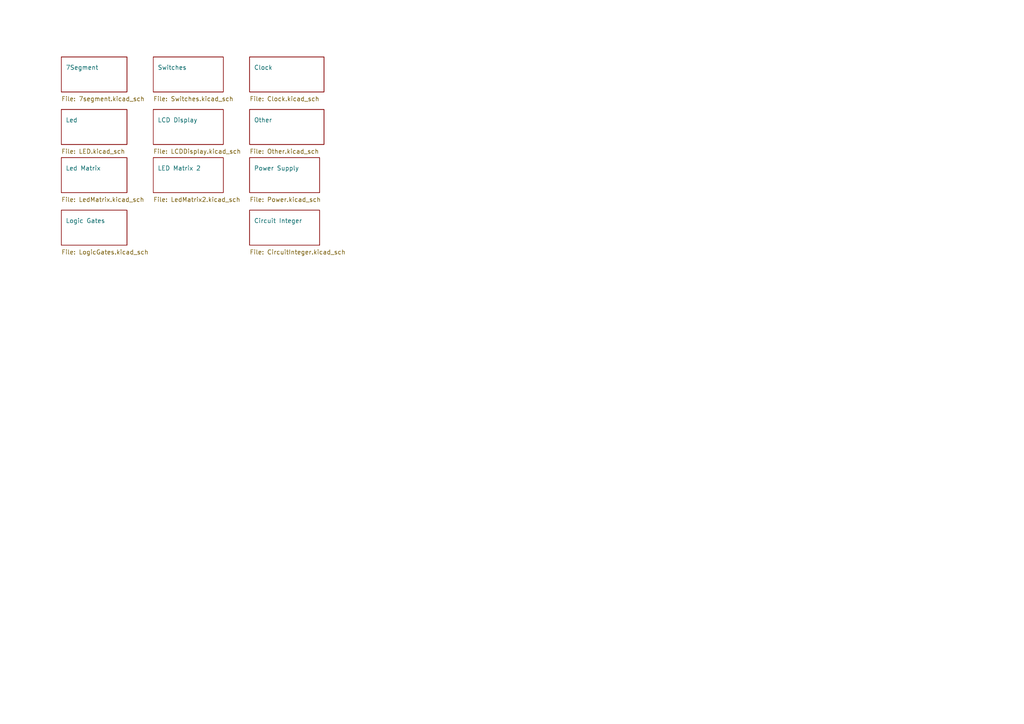
<source format=kicad_sch>
(kicad_sch (version 20220104) (generator eeschema)
  (paper "A4")
  (lib_symbols)
  (sheet (at 72.39 60.96) (size 20.32 10.16) (stroke (width 0.1524))
    (property "Sheetname" "Circuit Integer" (at 73.66 64.77 0) (effects (justify left bottom)))
    (property "Sheetfile" "CircuitInteger.kicad_sch" (at 72.39 72.39 0) (effects (justify left top)))
  )
  (sheet (at 17.78 45.72) (size 19.05 10.16) (stroke (width 0.1524))
    (property "Sheetname" "Led Matrix" (at 19.05 49.53 0) (effects (justify left bottom)))
    (property "Sheetfile" "LedMatrix.kicad_sch" (at 17.78 57.15 0) (effects (justify left top)))
  )
  (sheet (at 44.45 45.72) (size 20.32 10.16) (stroke (width 0.1524))
    (property "Sheetname" "LED Matrix 2" (at 45.72 49.53 0) (effects (justify left bottom)))
    (property "Sheetfile" "LedMatrix2.kicad_sch" (at 44.45 57.15 0) (effects (justify left top)))
  )
  (sheet (at 17.78 60.96) (size 19.05 10.16) (stroke (width 0.1524))
    (property "Sheetname" "Logic Gates" (at 19.05 64.77 0) (effects (justify left bottom)))
    (property "Sheetfile" "LogicGates.kicad_sch" (at 17.78 72.39 0) (effects (justify left top)))
  )
  (sheet (at 44.45 16.51) (size 20.32 10.16) (stroke (width 0.1524))
    (property "Sheetname" "Switches" (at 45.72 20.32 0) (effects (justify left bottom)))
    (property "Sheetfile" "Switches.kicad_sch" (at 44.45 27.94 0) (effects (justify left top)))
  )
  (sheet (at 72.39 31.75) (size 21.59 10.16) (stroke (width 0.1524))
    (property "Sheetname" "Other" (at 73.66 35.56 0) (effects (justify left bottom)))
    (property "Sheetfile" "Other.kicad_sch" (at 72.39 43.18 0) (effects (justify left top)))
  )
  (sheet (at 44.45 31.75) (size 20.32 10.16) (stroke (width 0.1524))
    (property "Sheetname" "LCD Display" (at 45.72 35.56 0) (effects (justify left bottom)))
    (property "Sheetfile" "LCDDisplay.kicad_sch" (at 44.45 43.18 0) (effects (justify left top)))
  )
  (sheet (at 72.39 16.51) (size 21.59 10.16) (stroke (width 0.1524))
    (property "Sheetname" "Clock" (at 73.66 20.32 0) (effects (justify left bottom)))
    (property "Sheetfile" "Clock.kicad_sch" (at 72.39 27.94 0) (effects (justify left top)))
  )
  (sheet (at 72.39 45.72) (size 20.32 10.16) (stroke (width 0.1524))
    (property "Sheetname" "Power Supply" (at 73.66 49.53 0) (effects (justify left bottom)))
    (property "Sheetfile" "Power.kicad_sch" (at 72.39 57.15 0) (effects (justify left top)))
  )
  (sheet (at 17.78 16.51) (size 19.05 10.16) (stroke (width 0.1524))
    (property "Sheetname" "7Segment" (at 19.05 20.32 0) (effects (justify left bottom)))
    (property "Sheetfile" "7segment.kicad_sch" (at 17.78 27.94 0) (effects (justify left top)))
  )
  (sheet (at 17.78 31.75) (size 19.05 10.16) (stroke (width 0.1524))
    (property "Sheetname" "Led" (at 19.05 35.56 0) (effects (justify left bottom)))
    (property "Sheetfile" "LED.kicad_sch" (at 17.78 43.18 0) (effects (justify left top)))
  )
)
</source>
